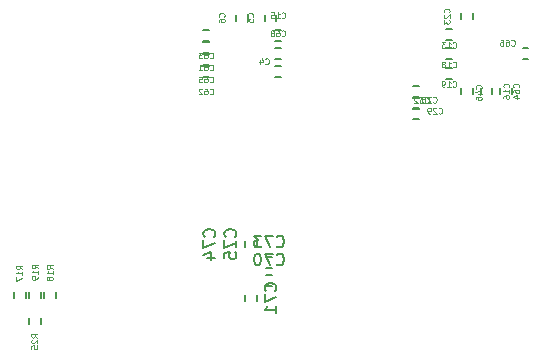
<source format=gbo>
G04 #@! TF.FileFunction,Legend,Bot*
%FSLAX46Y46*%
G04 Gerber Fmt 4.6, Leading zero omitted, Abs format (unit mm)*
G04 Created by KiCad (PCBNEW 4.0.0-rc1-stable) date 25/07/2016 14:35:55*
%MOMM*%
G01*
G04 APERTURE LIST*
%ADD10C,0.100000*%
%ADD11C,0.150000*%
%ADD12C,0.110000*%
G04 APERTURE END LIST*
D10*
D11*
X50804000Y-86012000D02*
X51304000Y-86012000D01*
X51304000Y-86962000D02*
X50804000Y-86962000D01*
X49944000Y-82165000D02*
X49944000Y-81665000D01*
X50894000Y-81665000D02*
X50894000Y-82165000D01*
X47531000Y-82165000D02*
X47531000Y-81665000D01*
X48481000Y-81665000D02*
X48481000Y-82165000D01*
X65782000Y-83787000D02*
X65282000Y-83787000D01*
X65282000Y-82837000D02*
X65782000Y-82837000D01*
X50804000Y-82964000D02*
X51304000Y-82964000D01*
X51304000Y-83914000D02*
X50804000Y-83914000D01*
X69182000Y-87888000D02*
X69182000Y-88388000D01*
X68232000Y-88388000D02*
X68232000Y-87888000D01*
X65782000Y-85438000D02*
X65282000Y-85438000D01*
X65282000Y-84488000D02*
X65782000Y-84488000D01*
X65782000Y-87089000D02*
X65282000Y-87089000D01*
X65282000Y-86139000D02*
X65782000Y-86139000D01*
X66581000Y-82038000D02*
X66581000Y-81538000D01*
X67531000Y-81538000D02*
X67531000Y-82038000D01*
X62488000Y-87663000D02*
X62988000Y-87663000D01*
X62988000Y-88613000D02*
X62488000Y-88613000D01*
X62488000Y-88679000D02*
X62988000Y-88679000D01*
X62988000Y-89629000D02*
X62488000Y-89629000D01*
X62488000Y-89568000D02*
X62988000Y-89568000D01*
X62988000Y-90518000D02*
X62488000Y-90518000D01*
X67531000Y-87888000D02*
X67531000Y-88388000D01*
X66581000Y-88388000D02*
X66581000Y-87888000D01*
X29735000Y-105160000D02*
X29735000Y-105660000D01*
X28685000Y-105660000D02*
X28685000Y-105160000D01*
X32275000Y-105160000D02*
X32275000Y-105660000D01*
X31225000Y-105660000D02*
X31225000Y-105160000D01*
X31005000Y-105160000D02*
X31005000Y-105660000D01*
X29955000Y-105660000D02*
X29955000Y-105160000D01*
X29955000Y-107819000D02*
X29955000Y-107319000D01*
X31005000Y-107319000D02*
X31005000Y-107819000D01*
X45208000Y-84930000D02*
X44708000Y-84930000D01*
X44708000Y-83980000D02*
X45208000Y-83980000D01*
X45208000Y-86962000D02*
X44708000Y-86962000D01*
X44708000Y-86012000D02*
X45208000Y-86012000D01*
X45208000Y-83914000D02*
X44708000Y-83914000D01*
X44708000Y-82964000D02*
X45208000Y-82964000D01*
X70833000Y-87888000D02*
X70833000Y-88388000D01*
X69883000Y-88388000D02*
X69883000Y-87888000D01*
X45208000Y-85946000D02*
X44708000Y-85946000D01*
X44708000Y-84996000D02*
X45208000Y-84996000D01*
X71759000Y-84488000D02*
X72259000Y-84488000D01*
X72259000Y-85438000D02*
X71759000Y-85438000D01*
X50804000Y-84488000D02*
X51304000Y-84488000D01*
X51304000Y-85438000D02*
X50804000Y-85438000D01*
X50042000Y-103665000D02*
X50542000Y-103665000D01*
X50542000Y-104615000D02*
X50042000Y-104615000D01*
X49243000Y-105414000D02*
X49243000Y-105914000D01*
X48293000Y-105914000D02*
X48293000Y-105414000D01*
X50042000Y-102141000D02*
X50542000Y-102141000D01*
X50542000Y-103091000D02*
X50042000Y-103091000D01*
X46515000Y-101342000D02*
X46515000Y-100842000D01*
X47465000Y-100842000D02*
X47465000Y-101342000D01*
X48293000Y-101342000D02*
X48293000Y-100842000D01*
X49243000Y-100842000D02*
X49243000Y-101342000D01*
D12*
X49981633Y-85801971D02*
X50005443Y-85825781D01*
X50076871Y-85849590D01*
X50124490Y-85849590D01*
X50195919Y-85825781D01*
X50243538Y-85778162D01*
X50267347Y-85730543D01*
X50291157Y-85635305D01*
X50291157Y-85563876D01*
X50267347Y-85468638D01*
X50243538Y-85421019D01*
X50195919Y-85373400D01*
X50124490Y-85349590D01*
X50076871Y-85349590D01*
X50005443Y-85373400D01*
X49981633Y-85397210D01*
X49553062Y-85516257D02*
X49553062Y-85849590D01*
X49672109Y-85325781D02*
X49791157Y-85682924D01*
X49481633Y-85682924D01*
X48897571Y-81831667D02*
X48921381Y-81807857D01*
X48945190Y-81736429D01*
X48945190Y-81688810D01*
X48921381Y-81617381D01*
X48873762Y-81569762D01*
X48826143Y-81545953D01*
X48730905Y-81522143D01*
X48659476Y-81522143D01*
X48564238Y-81545953D01*
X48516619Y-81569762D01*
X48469000Y-81617381D01*
X48445190Y-81688810D01*
X48445190Y-81736429D01*
X48469000Y-81807857D01*
X48492810Y-81831667D01*
X48445190Y-82284048D02*
X48445190Y-82045953D01*
X48683286Y-82022143D01*
X48659476Y-82045953D01*
X48635667Y-82093572D01*
X48635667Y-82212619D01*
X48659476Y-82260238D01*
X48683286Y-82284048D01*
X48730905Y-82307857D01*
X48849952Y-82307857D01*
X48897571Y-82284048D01*
X48921381Y-82260238D01*
X48945190Y-82212619D01*
X48945190Y-82093572D01*
X48921381Y-82045953D01*
X48897571Y-82022143D01*
X46484571Y-81831667D02*
X46508381Y-81807857D01*
X46532190Y-81736429D01*
X46532190Y-81688810D01*
X46508381Y-81617381D01*
X46460762Y-81569762D01*
X46413143Y-81545953D01*
X46317905Y-81522143D01*
X46246476Y-81522143D01*
X46151238Y-81545953D01*
X46103619Y-81569762D01*
X46056000Y-81617381D01*
X46032190Y-81688810D01*
X46032190Y-81736429D01*
X46056000Y-81807857D01*
X46079810Y-81831667D01*
X46032190Y-82260238D02*
X46032190Y-82165000D01*
X46056000Y-82117381D01*
X46079810Y-82093572D01*
X46151238Y-82045953D01*
X46246476Y-82022143D01*
X46436952Y-82022143D01*
X46484571Y-82045953D01*
X46508381Y-82069762D01*
X46532190Y-82117381D01*
X46532190Y-82212619D01*
X46508381Y-82260238D01*
X46484571Y-82284048D01*
X46436952Y-82307857D01*
X46317905Y-82307857D01*
X46270286Y-82284048D01*
X46246476Y-82260238D01*
X46222667Y-82212619D01*
X46222667Y-82117381D01*
X46246476Y-82069762D01*
X46270286Y-82045953D01*
X46317905Y-82022143D01*
X65853428Y-84430371D02*
X65877238Y-84454181D01*
X65948666Y-84477990D01*
X65996285Y-84477990D01*
X66067714Y-84454181D01*
X66115333Y-84406562D01*
X66139142Y-84358943D01*
X66162952Y-84263705D01*
X66162952Y-84192276D01*
X66139142Y-84097038D01*
X66115333Y-84049419D01*
X66067714Y-84001800D01*
X65996285Y-83977990D01*
X65948666Y-83977990D01*
X65877238Y-84001800D01*
X65853428Y-84025610D01*
X65377238Y-84477990D02*
X65662952Y-84477990D01*
X65520095Y-84477990D02*
X65520095Y-83977990D01*
X65567714Y-84049419D01*
X65615333Y-84097038D01*
X65662952Y-84120848D01*
X65210571Y-83977990D02*
X64901048Y-83977990D01*
X65067714Y-84168467D01*
X64996286Y-84168467D01*
X64948667Y-84192276D01*
X64924857Y-84216086D01*
X64901048Y-84263705D01*
X64901048Y-84382752D01*
X64924857Y-84430371D01*
X64948667Y-84454181D01*
X64996286Y-84477990D01*
X65139143Y-84477990D01*
X65186762Y-84454181D01*
X65210571Y-84430371D01*
X51375428Y-81917571D02*
X51399238Y-81941381D01*
X51470666Y-81965190D01*
X51518285Y-81965190D01*
X51589714Y-81941381D01*
X51637333Y-81893762D01*
X51661142Y-81846143D01*
X51684952Y-81750905D01*
X51684952Y-81679476D01*
X51661142Y-81584238D01*
X51637333Y-81536619D01*
X51589714Y-81489000D01*
X51518285Y-81465190D01*
X51470666Y-81465190D01*
X51399238Y-81489000D01*
X51375428Y-81512810D01*
X50899238Y-81965190D02*
X51184952Y-81965190D01*
X51042095Y-81965190D02*
X51042095Y-81465190D01*
X51089714Y-81536619D01*
X51137333Y-81584238D01*
X51184952Y-81608048D01*
X50446857Y-81465190D02*
X50684952Y-81465190D01*
X50708762Y-81703286D01*
X50684952Y-81679476D01*
X50637333Y-81655667D01*
X50518286Y-81655667D01*
X50470667Y-81679476D01*
X50446857Y-81703286D01*
X50423048Y-81750905D01*
X50423048Y-81869952D01*
X50446857Y-81917571D01*
X50470667Y-81941381D01*
X50518286Y-81965190D01*
X50637333Y-81965190D01*
X50684952Y-81941381D01*
X50708762Y-81917571D01*
X70585571Y-87816572D02*
X70609381Y-87792762D01*
X70633190Y-87721334D01*
X70633190Y-87673715D01*
X70609381Y-87602286D01*
X70561762Y-87554667D01*
X70514143Y-87530858D01*
X70418905Y-87507048D01*
X70347476Y-87507048D01*
X70252238Y-87530858D01*
X70204619Y-87554667D01*
X70157000Y-87602286D01*
X70133190Y-87673715D01*
X70133190Y-87721334D01*
X70157000Y-87792762D01*
X70180810Y-87816572D01*
X70633190Y-88292762D02*
X70633190Y-88007048D01*
X70633190Y-88149905D02*
X70133190Y-88149905D01*
X70204619Y-88102286D01*
X70252238Y-88054667D01*
X70276048Y-88007048D01*
X70133190Y-88721333D02*
X70133190Y-88626095D01*
X70157000Y-88578476D01*
X70180810Y-88554667D01*
X70252238Y-88507048D01*
X70347476Y-88483238D01*
X70537952Y-88483238D01*
X70585571Y-88507048D01*
X70609381Y-88530857D01*
X70633190Y-88578476D01*
X70633190Y-88673714D01*
X70609381Y-88721333D01*
X70585571Y-88745143D01*
X70537952Y-88768952D01*
X70418905Y-88768952D01*
X70371286Y-88745143D01*
X70347476Y-88721333D01*
X70323667Y-88673714D01*
X70323667Y-88578476D01*
X70347476Y-88530857D01*
X70371286Y-88507048D01*
X70418905Y-88483238D01*
X65853428Y-86081371D02*
X65877238Y-86105181D01*
X65948666Y-86128990D01*
X65996285Y-86128990D01*
X66067714Y-86105181D01*
X66115333Y-86057562D01*
X66139142Y-86009943D01*
X66162952Y-85914705D01*
X66162952Y-85843276D01*
X66139142Y-85748038D01*
X66115333Y-85700419D01*
X66067714Y-85652800D01*
X65996285Y-85628990D01*
X65948666Y-85628990D01*
X65877238Y-85652800D01*
X65853428Y-85676610D01*
X65377238Y-86128990D02*
X65662952Y-86128990D01*
X65520095Y-86128990D02*
X65520095Y-85628990D01*
X65567714Y-85700419D01*
X65615333Y-85748038D01*
X65662952Y-85771848D01*
X65091524Y-85843276D02*
X65139143Y-85819467D01*
X65162952Y-85795657D01*
X65186762Y-85748038D01*
X65186762Y-85724229D01*
X65162952Y-85676610D01*
X65139143Y-85652800D01*
X65091524Y-85628990D01*
X64996286Y-85628990D01*
X64948667Y-85652800D01*
X64924857Y-85676610D01*
X64901048Y-85724229D01*
X64901048Y-85748038D01*
X64924857Y-85795657D01*
X64948667Y-85819467D01*
X64996286Y-85843276D01*
X65091524Y-85843276D01*
X65139143Y-85867086D01*
X65162952Y-85890895D01*
X65186762Y-85938514D01*
X65186762Y-86033752D01*
X65162952Y-86081371D01*
X65139143Y-86105181D01*
X65091524Y-86128990D01*
X64996286Y-86128990D01*
X64948667Y-86105181D01*
X64924857Y-86081371D01*
X64901048Y-86033752D01*
X64901048Y-85938514D01*
X64924857Y-85890895D01*
X64948667Y-85867086D01*
X64996286Y-85843276D01*
X65853428Y-87732371D02*
X65877238Y-87756181D01*
X65948666Y-87779990D01*
X65996285Y-87779990D01*
X66067714Y-87756181D01*
X66115333Y-87708562D01*
X66139142Y-87660943D01*
X66162952Y-87565705D01*
X66162952Y-87494276D01*
X66139142Y-87399038D01*
X66115333Y-87351419D01*
X66067714Y-87303800D01*
X65996285Y-87279990D01*
X65948666Y-87279990D01*
X65877238Y-87303800D01*
X65853428Y-87327610D01*
X65377238Y-87779990D02*
X65662952Y-87779990D01*
X65520095Y-87779990D02*
X65520095Y-87279990D01*
X65567714Y-87351419D01*
X65615333Y-87399038D01*
X65662952Y-87422848D01*
X65139143Y-87779990D02*
X65043905Y-87779990D01*
X64996286Y-87756181D01*
X64972476Y-87732371D01*
X64924857Y-87660943D01*
X64901048Y-87565705D01*
X64901048Y-87375229D01*
X64924857Y-87327610D01*
X64948667Y-87303800D01*
X64996286Y-87279990D01*
X65091524Y-87279990D01*
X65139143Y-87303800D01*
X65162952Y-87327610D01*
X65186762Y-87375229D01*
X65186762Y-87494276D01*
X65162952Y-87541895D01*
X65139143Y-87565705D01*
X65091524Y-87589514D01*
X64996286Y-87589514D01*
X64948667Y-87565705D01*
X64924857Y-87541895D01*
X64901048Y-87494276D01*
X65534571Y-81466572D02*
X65558381Y-81442762D01*
X65582190Y-81371334D01*
X65582190Y-81323715D01*
X65558381Y-81252286D01*
X65510762Y-81204667D01*
X65463143Y-81180858D01*
X65367905Y-81157048D01*
X65296476Y-81157048D01*
X65201238Y-81180858D01*
X65153619Y-81204667D01*
X65106000Y-81252286D01*
X65082190Y-81323715D01*
X65082190Y-81371334D01*
X65106000Y-81442762D01*
X65129810Y-81466572D01*
X65129810Y-81657048D02*
X65106000Y-81680858D01*
X65082190Y-81728477D01*
X65082190Y-81847524D01*
X65106000Y-81895143D01*
X65129810Y-81918953D01*
X65177429Y-81942762D01*
X65225048Y-81942762D01*
X65296476Y-81918953D01*
X65582190Y-81633239D01*
X65582190Y-81942762D01*
X65082190Y-82109429D02*
X65082190Y-82418952D01*
X65272667Y-82252286D01*
X65272667Y-82323714D01*
X65296476Y-82371333D01*
X65320286Y-82395143D01*
X65367905Y-82418952D01*
X65486952Y-82418952D01*
X65534571Y-82395143D01*
X65558381Y-82371333D01*
X65582190Y-82323714D01*
X65582190Y-82180857D01*
X65558381Y-82133238D01*
X65534571Y-82109429D01*
X64177028Y-89053171D02*
X64200838Y-89076981D01*
X64272266Y-89100790D01*
X64319885Y-89100790D01*
X64391314Y-89076981D01*
X64438933Y-89029362D01*
X64462742Y-88981743D01*
X64486552Y-88886505D01*
X64486552Y-88815076D01*
X64462742Y-88719838D01*
X64438933Y-88672219D01*
X64391314Y-88624600D01*
X64319885Y-88600790D01*
X64272266Y-88600790D01*
X64200838Y-88624600D01*
X64177028Y-88648410D01*
X63986552Y-88648410D02*
X63962742Y-88624600D01*
X63915123Y-88600790D01*
X63796076Y-88600790D01*
X63748457Y-88624600D01*
X63724647Y-88648410D01*
X63700838Y-88696029D01*
X63700838Y-88743648D01*
X63724647Y-88815076D01*
X64010361Y-89100790D01*
X63700838Y-89100790D01*
X63415124Y-88815076D02*
X63462743Y-88791267D01*
X63486552Y-88767457D01*
X63510362Y-88719838D01*
X63510362Y-88696029D01*
X63486552Y-88648410D01*
X63462743Y-88624600D01*
X63415124Y-88600790D01*
X63319886Y-88600790D01*
X63272267Y-88624600D01*
X63248457Y-88648410D01*
X63224648Y-88696029D01*
X63224648Y-88719838D01*
X63248457Y-88767457D01*
X63272267Y-88791267D01*
X63319886Y-88815076D01*
X63415124Y-88815076D01*
X63462743Y-88838886D01*
X63486552Y-88862695D01*
X63510362Y-88910314D01*
X63510362Y-89005552D01*
X63486552Y-89053171D01*
X63462743Y-89076981D01*
X63415124Y-89100790D01*
X63319886Y-89100790D01*
X63272267Y-89076981D01*
X63248457Y-89053171D01*
X63224648Y-89005552D01*
X63224648Y-88910314D01*
X63248457Y-88862695D01*
X63272267Y-88838886D01*
X63319886Y-88815076D01*
X64659628Y-89992971D02*
X64683438Y-90016781D01*
X64754866Y-90040590D01*
X64802485Y-90040590D01*
X64873914Y-90016781D01*
X64921533Y-89969162D01*
X64945342Y-89921543D01*
X64969152Y-89826305D01*
X64969152Y-89754876D01*
X64945342Y-89659638D01*
X64921533Y-89612019D01*
X64873914Y-89564400D01*
X64802485Y-89540590D01*
X64754866Y-89540590D01*
X64683438Y-89564400D01*
X64659628Y-89588210D01*
X64469152Y-89588210D02*
X64445342Y-89564400D01*
X64397723Y-89540590D01*
X64278676Y-89540590D01*
X64231057Y-89564400D01*
X64207247Y-89588210D01*
X64183438Y-89635829D01*
X64183438Y-89683448D01*
X64207247Y-89754876D01*
X64492961Y-90040590D01*
X64183438Y-90040590D01*
X63945343Y-90040590D02*
X63850105Y-90040590D01*
X63802486Y-90016781D01*
X63778676Y-89992971D01*
X63731057Y-89921543D01*
X63707248Y-89826305D01*
X63707248Y-89635829D01*
X63731057Y-89588210D01*
X63754867Y-89564400D01*
X63802486Y-89540590D01*
X63897724Y-89540590D01*
X63945343Y-89564400D01*
X63969152Y-89588210D01*
X63992962Y-89635829D01*
X63992962Y-89754876D01*
X63969152Y-89802495D01*
X63945343Y-89826305D01*
X63897724Y-89850114D01*
X63802486Y-89850114D01*
X63754867Y-89826305D01*
X63731057Y-89802495D01*
X63707248Y-89754876D01*
X63516628Y-89091271D02*
X63540438Y-89115081D01*
X63611866Y-89138890D01*
X63659485Y-89138890D01*
X63730914Y-89115081D01*
X63778533Y-89067462D01*
X63802342Y-89019843D01*
X63826152Y-88924605D01*
X63826152Y-88853176D01*
X63802342Y-88757938D01*
X63778533Y-88710319D01*
X63730914Y-88662700D01*
X63659485Y-88638890D01*
X63611866Y-88638890D01*
X63540438Y-88662700D01*
X63516628Y-88686510D01*
X63349961Y-88638890D02*
X63040438Y-88638890D01*
X63207104Y-88829367D01*
X63135676Y-88829367D01*
X63088057Y-88853176D01*
X63064247Y-88876986D01*
X63040438Y-88924605D01*
X63040438Y-89043652D01*
X63064247Y-89091271D01*
X63088057Y-89115081D01*
X63135676Y-89138890D01*
X63278533Y-89138890D01*
X63326152Y-89115081D01*
X63349961Y-89091271D01*
X62849962Y-88686510D02*
X62826152Y-88662700D01*
X62778533Y-88638890D01*
X62659486Y-88638890D01*
X62611867Y-88662700D01*
X62588057Y-88686510D01*
X62564248Y-88734129D01*
X62564248Y-88781748D01*
X62588057Y-88853176D01*
X62873771Y-89138890D01*
X62564248Y-89138890D01*
X68240360Y-87924335D02*
X68264170Y-87900525D01*
X68287979Y-87829097D01*
X68287979Y-87781478D01*
X68264170Y-87710049D01*
X68216551Y-87662430D01*
X68168932Y-87638621D01*
X68073694Y-87614811D01*
X68002265Y-87614811D01*
X67907027Y-87638621D01*
X67859408Y-87662430D01*
X67811789Y-87710049D01*
X67787979Y-87781478D01*
X67787979Y-87829097D01*
X67811789Y-87900525D01*
X67835599Y-87924335D01*
X67954646Y-88352906D02*
X68287979Y-88352906D01*
X67764170Y-88233859D02*
X68121313Y-88114811D01*
X68121313Y-88424335D01*
X67787979Y-88829096D02*
X67787979Y-88733858D01*
X67811789Y-88686239D01*
X67835599Y-88662430D01*
X67907027Y-88614811D01*
X68002265Y-88591001D01*
X68192741Y-88591001D01*
X68240360Y-88614811D01*
X68264170Y-88638620D01*
X68287979Y-88686239D01*
X68287979Y-88781477D01*
X68264170Y-88829096D01*
X68240360Y-88852906D01*
X68192741Y-88876715D01*
X68073694Y-88876715D01*
X68026075Y-88852906D01*
X68002265Y-88829096D01*
X67978456Y-88781477D01*
X67978456Y-88686239D01*
X68002265Y-88638620D01*
X68026075Y-88614811D01*
X68073694Y-88591001D01*
X29410790Y-103234372D02*
X29172695Y-103067705D01*
X29410790Y-102948658D02*
X28910790Y-102948658D01*
X28910790Y-103139134D01*
X28934600Y-103186753D01*
X28958410Y-103210562D01*
X29006029Y-103234372D01*
X29077457Y-103234372D01*
X29125076Y-103210562D01*
X29148886Y-103186753D01*
X29172695Y-103139134D01*
X29172695Y-102948658D01*
X29410790Y-103710562D02*
X29410790Y-103424848D01*
X29410790Y-103567705D02*
X28910790Y-103567705D01*
X28982219Y-103520086D01*
X29029838Y-103472467D01*
X29053648Y-103424848D01*
X28910790Y-103877229D02*
X28910790Y-104210562D01*
X29410790Y-103996276D01*
X31976190Y-103183572D02*
X31738095Y-103016905D01*
X31976190Y-102897858D02*
X31476190Y-102897858D01*
X31476190Y-103088334D01*
X31500000Y-103135953D01*
X31523810Y-103159762D01*
X31571429Y-103183572D01*
X31642857Y-103183572D01*
X31690476Y-103159762D01*
X31714286Y-103135953D01*
X31738095Y-103088334D01*
X31738095Y-102897858D01*
X31976190Y-103659762D02*
X31976190Y-103374048D01*
X31976190Y-103516905D02*
X31476190Y-103516905D01*
X31547619Y-103469286D01*
X31595238Y-103421667D01*
X31619048Y-103374048D01*
X31690476Y-103945476D02*
X31666667Y-103897857D01*
X31642857Y-103874048D01*
X31595238Y-103850238D01*
X31571429Y-103850238D01*
X31523810Y-103874048D01*
X31500000Y-103897857D01*
X31476190Y-103945476D01*
X31476190Y-104040714D01*
X31500000Y-104088333D01*
X31523810Y-104112143D01*
X31571429Y-104135952D01*
X31595238Y-104135952D01*
X31642857Y-104112143D01*
X31666667Y-104088333D01*
X31690476Y-104040714D01*
X31690476Y-103945476D01*
X31714286Y-103897857D01*
X31738095Y-103874048D01*
X31785714Y-103850238D01*
X31880952Y-103850238D01*
X31928571Y-103874048D01*
X31952381Y-103897857D01*
X31976190Y-103945476D01*
X31976190Y-104040714D01*
X31952381Y-104088333D01*
X31928571Y-104112143D01*
X31880952Y-104135952D01*
X31785714Y-104135952D01*
X31738095Y-104112143D01*
X31714286Y-104088333D01*
X31690476Y-104040714D01*
X30706190Y-103132772D02*
X30468095Y-102966105D01*
X30706190Y-102847058D02*
X30206190Y-102847058D01*
X30206190Y-103037534D01*
X30230000Y-103085153D01*
X30253810Y-103108962D01*
X30301429Y-103132772D01*
X30372857Y-103132772D01*
X30420476Y-103108962D01*
X30444286Y-103085153D01*
X30468095Y-103037534D01*
X30468095Y-102847058D01*
X30706190Y-103608962D02*
X30706190Y-103323248D01*
X30706190Y-103466105D02*
X30206190Y-103466105D01*
X30277619Y-103418486D01*
X30325238Y-103370867D01*
X30349048Y-103323248D01*
X30706190Y-103847057D02*
X30706190Y-103942295D01*
X30682381Y-103989914D01*
X30658571Y-104013724D01*
X30587143Y-104061343D01*
X30491905Y-104085152D01*
X30301429Y-104085152D01*
X30253810Y-104061343D01*
X30230000Y-104037533D01*
X30206190Y-103989914D01*
X30206190Y-103894676D01*
X30230000Y-103847057D01*
X30253810Y-103823248D01*
X30301429Y-103799438D01*
X30420476Y-103799438D01*
X30468095Y-103823248D01*
X30491905Y-103847057D01*
X30515714Y-103894676D01*
X30515714Y-103989914D01*
X30491905Y-104037533D01*
X30468095Y-104061343D01*
X30420476Y-104085152D01*
X30680790Y-109000172D02*
X30442695Y-108833505D01*
X30680790Y-108714458D02*
X30180790Y-108714458D01*
X30180790Y-108904934D01*
X30204600Y-108952553D01*
X30228410Y-108976362D01*
X30276029Y-109000172D01*
X30347457Y-109000172D01*
X30395076Y-108976362D01*
X30418886Y-108952553D01*
X30442695Y-108904934D01*
X30442695Y-108714458D01*
X30228410Y-109190648D02*
X30204600Y-109214458D01*
X30180790Y-109262077D01*
X30180790Y-109381124D01*
X30204600Y-109428743D01*
X30228410Y-109452553D01*
X30276029Y-109476362D01*
X30323648Y-109476362D01*
X30395076Y-109452553D01*
X30680790Y-109166839D01*
X30680790Y-109476362D01*
X30180790Y-109928743D02*
X30180790Y-109690648D01*
X30418886Y-109666838D01*
X30395076Y-109690648D01*
X30371267Y-109738267D01*
X30371267Y-109857314D01*
X30395076Y-109904933D01*
X30418886Y-109928743D01*
X30466505Y-109952552D01*
X30585552Y-109952552D01*
X30633171Y-109928743D01*
X30656981Y-109904933D01*
X30680790Y-109857314D01*
X30680790Y-109738267D01*
X30656981Y-109690648D01*
X30633171Y-109666838D01*
X45279428Y-86333571D02*
X45303238Y-86357381D01*
X45374666Y-86381190D01*
X45422285Y-86381190D01*
X45493714Y-86357381D01*
X45541333Y-86309762D01*
X45565142Y-86262143D01*
X45588952Y-86166905D01*
X45588952Y-86095476D01*
X45565142Y-86000238D01*
X45541333Y-85952619D01*
X45493714Y-85905000D01*
X45422285Y-85881190D01*
X45374666Y-85881190D01*
X45303238Y-85905000D01*
X45279428Y-85928810D01*
X44850857Y-85881190D02*
X44946095Y-85881190D01*
X44993714Y-85905000D01*
X45017523Y-85928810D01*
X45065142Y-86000238D01*
X45088952Y-86095476D01*
X45088952Y-86285952D01*
X45065142Y-86333571D01*
X45041333Y-86357381D01*
X44993714Y-86381190D01*
X44898476Y-86381190D01*
X44850857Y-86357381D01*
X44827047Y-86333571D01*
X44803238Y-86285952D01*
X44803238Y-86166905D01*
X44827047Y-86119286D01*
X44850857Y-86095476D01*
X44898476Y-86071667D01*
X44993714Y-86071667D01*
X45041333Y-86095476D01*
X45065142Y-86119286D01*
X45088952Y-86166905D01*
X44327048Y-86381190D02*
X44612762Y-86381190D01*
X44469905Y-86381190D02*
X44469905Y-85881190D01*
X44517524Y-85952619D01*
X44565143Y-86000238D01*
X44612762Y-86024048D01*
X45279428Y-88365571D02*
X45303238Y-88389381D01*
X45374666Y-88413190D01*
X45422285Y-88413190D01*
X45493714Y-88389381D01*
X45541333Y-88341762D01*
X45565142Y-88294143D01*
X45588952Y-88198905D01*
X45588952Y-88127476D01*
X45565142Y-88032238D01*
X45541333Y-87984619D01*
X45493714Y-87937000D01*
X45422285Y-87913190D01*
X45374666Y-87913190D01*
X45303238Y-87937000D01*
X45279428Y-87960810D01*
X44850857Y-87913190D02*
X44946095Y-87913190D01*
X44993714Y-87937000D01*
X45017523Y-87960810D01*
X45065142Y-88032238D01*
X45088952Y-88127476D01*
X45088952Y-88317952D01*
X45065142Y-88365571D01*
X45041333Y-88389381D01*
X44993714Y-88413190D01*
X44898476Y-88413190D01*
X44850857Y-88389381D01*
X44827047Y-88365571D01*
X44803238Y-88317952D01*
X44803238Y-88198905D01*
X44827047Y-88151286D01*
X44850857Y-88127476D01*
X44898476Y-88103667D01*
X44993714Y-88103667D01*
X45041333Y-88127476D01*
X45065142Y-88151286D01*
X45088952Y-88198905D01*
X44612762Y-87960810D02*
X44588952Y-87937000D01*
X44541333Y-87913190D01*
X44422286Y-87913190D01*
X44374667Y-87937000D01*
X44350857Y-87960810D01*
X44327048Y-88008429D01*
X44327048Y-88056048D01*
X44350857Y-88127476D01*
X44636571Y-88413190D01*
X44327048Y-88413190D01*
X45279428Y-85317571D02*
X45303238Y-85341381D01*
X45374666Y-85365190D01*
X45422285Y-85365190D01*
X45493714Y-85341381D01*
X45541333Y-85293762D01*
X45565142Y-85246143D01*
X45588952Y-85150905D01*
X45588952Y-85079476D01*
X45565142Y-84984238D01*
X45541333Y-84936619D01*
X45493714Y-84889000D01*
X45422285Y-84865190D01*
X45374666Y-84865190D01*
X45303238Y-84889000D01*
X45279428Y-84912810D01*
X44850857Y-84865190D02*
X44946095Y-84865190D01*
X44993714Y-84889000D01*
X45017523Y-84912810D01*
X45065142Y-84984238D01*
X45088952Y-85079476D01*
X45088952Y-85269952D01*
X45065142Y-85317571D01*
X45041333Y-85341381D01*
X44993714Y-85365190D01*
X44898476Y-85365190D01*
X44850857Y-85341381D01*
X44827047Y-85317571D01*
X44803238Y-85269952D01*
X44803238Y-85150905D01*
X44827047Y-85103286D01*
X44850857Y-85079476D01*
X44898476Y-85055667D01*
X44993714Y-85055667D01*
X45041333Y-85079476D01*
X45065142Y-85103286D01*
X45088952Y-85150905D01*
X44636571Y-84865190D02*
X44327048Y-84865190D01*
X44493714Y-85055667D01*
X44422286Y-85055667D01*
X44374667Y-85079476D01*
X44350857Y-85103286D01*
X44327048Y-85150905D01*
X44327048Y-85269952D01*
X44350857Y-85317571D01*
X44374667Y-85341381D01*
X44422286Y-85365190D01*
X44565143Y-85365190D01*
X44612762Y-85341381D01*
X44636571Y-85317571D01*
X71416636Y-87816572D02*
X71440446Y-87792762D01*
X71464255Y-87721334D01*
X71464255Y-87673715D01*
X71440446Y-87602286D01*
X71392827Y-87554667D01*
X71345208Y-87530858D01*
X71249970Y-87507048D01*
X71178541Y-87507048D01*
X71083303Y-87530858D01*
X71035684Y-87554667D01*
X70988065Y-87602286D01*
X70964255Y-87673715D01*
X70964255Y-87721334D01*
X70988065Y-87792762D01*
X71011875Y-87816572D01*
X70964255Y-88245143D02*
X70964255Y-88149905D01*
X70988065Y-88102286D01*
X71011875Y-88078477D01*
X71083303Y-88030858D01*
X71178541Y-88007048D01*
X71369017Y-88007048D01*
X71416636Y-88030858D01*
X71440446Y-88054667D01*
X71464255Y-88102286D01*
X71464255Y-88197524D01*
X71440446Y-88245143D01*
X71416636Y-88268953D01*
X71369017Y-88292762D01*
X71249970Y-88292762D01*
X71202351Y-88268953D01*
X71178541Y-88245143D01*
X71154732Y-88197524D01*
X71154732Y-88102286D01*
X71178541Y-88054667D01*
X71202351Y-88030858D01*
X71249970Y-88007048D01*
X71130922Y-88721333D02*
X71464255Y-88721333D01*
X70940446Y-88602286D02*
X71297589Y-88483238D01*
X71297589Y-88792762D01*
X45279428Y-87349571D02*
X45303238Y-87373381D01*
X45374666Y-87397190D01*
X45422285Y-87397190D01*
X45493714Y-87373381D01*
X45541333Y-87325762D01*
X45565142Y-87278143D01*
X45588952Y-87182905D01*
X45588952Y-87111476D01*
X45565142Y-87016238D01*
X45541333Y-86968619D01*
X45493714Y-86921000D01*
X45422285Y-86897190D01*
X45374666Y-86897190D01*
X45303238Y-86921000D01*
X45279428Y-86944810D01*
X44850857Y-86897190D02*
X44946095Y-86897190D01*
X44993714Y-86921000D01*
X45017523Y-86944810D01*
X45065142Y-87016238D01*
X45088952Y-87111476D01*
X45088952Y-87301952D01*
X45065142Y-87349571D01*
X45041333Y-87373381D01*
X44993714Y-87397190D01*
X44898476Y-87397190D01*
X44850857Y-87373381D01*
X44827047Y-87349571D01*
X44803238Y-87301952D01*
X44803238Y-87182905D01*
X44827047Y-87135286D01*
X44850857Y-87111476D01*
X44898476Y-87087667D01*
X44993714Y-87087667D01*
X45041333Y-87111476D01*
X45065142Y-87135286D01*
X45088952Y-87182905D01*
X44350857Y-86897190D02*
X44588952Y-86897190D01*
X44612762Y-87135286D01*
X44588952Y-87111476D01*
X44541333Y-87087667D01*
X44422286Y-87087667D01*
X44374667Y-87111476D01*
X44350857Y-87135286D01*
X44327048Y-87182905D01*
X44327048Y-87301952D01*
X44350857Y-87349571D01*
X44374667Y-87373381D01*
X44422286Y-87397190D01*
X44541333Y-87397190D01*
X44588952Y-87373381D01*
X44612762Y-87349571D01*
X70806428Y-84252571D02*
X70830238Y-84276381D01*
X70901666Y-84300190D01*
X70949285Y-84300190D01*
X71020714Y-84276381D01*
X71068333Y-84228762D01*
X71092142Y-84181143D01*
X71115952Y-84085905D01*
X71115952Y-84014476D01*
X71092142Y-83919238D01*
X71068333Y-83871619D01*
X71020714Y-83824000D01*
X70949285Y-83800190D01*
X70901666Y-83800190D01*
X70830238Y-83824000D01*
X70806428Y-83847810D01*
X70377857Y-83800190D02*
X70473095Y-83800190D01*
X70520714Y-83824000D01*
X70544523Y-83847810D01*
X70592142Y-83919238D01*
X70615952Y-84014476D01*
X70615952Y-84204952D01*
X70592142Y-84252571D01*
X70568333Y-84276381D01*
X70520714Y-84300190D01*
X70425476Y-84300190D01*
X70377857Y-84276381D01*
X70354047Y-84252571D01*
X70330238Y-84204952D01*
X70330238Y-84085905D01*
X70354047Y-84038286D01*
X70377857Y-84014476D01*
X70425476Y-83990667D01*
X70520714Y-83990667D01*
X70568333Y-84014476D01*
X70592142Y-84038286D01*
X70615952Y-84085905D01*
X69901667Y-83800190D02*
X69996905Y-83800190D01*
X70044524Y-83824000D01*
X70068333Y-83847810D01*
X70115952Y-83919238D01*
X70139762Y-84014476D01*
X70139762Y-84204952D01*
X70115952Y-84252571D01*
X70092143Y-84276381D01*
X70044524Y-84300190D01*
X69949286Y-84300190D01*
X69901667Y-84276381D01*
X69877857Y-84252571D01*
X69854048Y-84204952D01*
X69854048Y-84085905D01*
X69877857Y-84038286D01*
X69901667Y-84014476D01*
X69949286Y-83990667D01*
X70044524Y-83990667D01*
X70092143Y-84014476D01*
X70115952Y-84038286D01*
X70139762Y-84085905D01*
X51375428Y-83441571D02*
X51399238Y-83465381D01*
X51470666Y-83489190D01*
X51518285Y-83489190D01*
X51589714Y-83465381D01*
X51637333Y-83417762D01*
X51661142Y-83370143D01*
X51684952Y-83274905D01*
X51684952Y-83203476D01*
X51661142Y-83108238D01*
X51637333Y-83060619D01*
X51589714Y-83013000D01*
X51518285Y-82989190D01*
X51470666Y-82989190D01*
X51399238Y-83013000D01*
X51375428Y-83036810D01*
X50946857Y-82989190D02*
X51042095Y-82989190D01*
X51089714Y-83013000D01*
X51113523Y-83036810D01*
X51161142Y-83108238D01*
X51184952Y-83203476D01*
X51184952Y-83393952D01*
X51161142Y-83441571D01*
X51137333Y-83465381D01*
X51089714Y-83489190D01*
X50994476Y-83489190D01*
X50946857Y-83465381D01*
X50923047Y-83441571D01*
X50899238Y-83393952D01*
X50899238Y-83274905D01*
X50923047Y-83227286D01*
X50946857Y-83203476D01*
X50994476Y-83179667D01*
X51089714Y-83179667D01*
X51137333Y-83203476D01*
X51161142Y-83227286D01*
X51184952Y-83274905D01*
X50613524Y-83203476D02*
X50661143Y-83179667D01*
X50684952Y-83155857D01*
X50708762Y-83108238D01*
X50708762Y-83084429D01*
X50684952Y-83036810D01*
X50661143Y-83013000D01*
X50613524Y-82989190D01*
X50518286Y-82989190D01*
X50470667Y-83013000D01*
X50446857Y-83036810D01*
X50423048Y-83084429D01*
X50423048Y-83108238D01*
X50446857Y-83155857D01*
X50470667Y-83179667D01*
X50518286Y-83203476D01*
X50613524Y-83203476D01*
X50661143Y-83227286D01*
X50684952Y-83251095D01*
X50708762Y-83298714D01*
X50708762Y-83393952D01*
X50684952Y-83441571D01*
X50661143Y-83465381D01*
X50613524Y-83489190D01*
X50518286Y-83489190D01*
X50470667Y-83465381D01*
X50446857Y-83441571D01*
X50423048Y-83393952D01*
X50423048Y-83298714D01*
X50446857Y-83251095D01*
X50470667Y-83227286D01*
X50518286Y-83203476D01*
D11*
X50934857Y-102797143D02*
X50982476Y-102844762D01*
X51125333Y-102892381D01*
X51220571Y-102892381D01*
X51363429Y-102844762D01*
X51458667Y-102749524D01*
X51506286Y-102654286D01*
X51553905Y-102463810D01*
X51553905Y-102320952D01*
X51506286Y-102130476D01*
X51458667Y-102035238D01*
X51363429Y-101940000D01*
X51220571Y-101892381D01*
X51125333Y-101892381D01*
X50982476Y-101940000D01*
X50934857Y-101987619D01*
X50601524Y-101892381D02*
X49934857Y-101892381D01*
X50363429Y-102892381D01*
X49363429Y-101892381D02*
X49268190Y-101892381D01*
X49172952Y-101940000D01*
X49125333Y-101987619D01*
X49077714Y-102082857D01*
X49030095Y-102273333D01*
X49030095Y-102511429D01*
X49077714Y-102701905D01*
X49125333Y-102797143D01*
X49172952Y-102844762D01*
X49268190Y-102892381D01*
X49363429Y-102892381D01*
X49458667Y-102844762D01*
X49506286Y-102797143D01*
X49553905Y-102701905D01*
X49601524Y-102511429D01*
X49601524Y-102273333D01*
X49553905Y-102082857D01*
X49506286Y-101987619D01*
X49458667Y-101940000D01*
X49363429Y-101892381D01*
X50825143Y-105021143D02*
X50872762Y-104973524D01*
X50920381Y-104830667D01*
X50920381Y-104735429D01*
X50872762Y-104592571D01*
X50777524Y-104497333D01*
X50682286Y-104449714D01*
X50491810Y-104402095D01*
X50348952Y-104402095D01*
X50158476Y-104449714D01*
X50063238Y-104497333D01*
X49968000Y-104592571D01*
X49920381Y-104735429D01*
X49920381Y-104830667D01*
X49968000Y-104973524D01*
X50015619Y-105021143D01*
X49920381Y-105354476D02*
X49920381Y-106021143D01*
X50920381Y-105592571D01*
X50920381Y-106925905D02*
X50920381Y-106354476D01*
X50920381Y-106640190D02*
X49920381Y-106640190D01*
X50063238Y-106544952D01*
X50158476Y-106449714D01*
X50206095Y-106354476D01*
X50934857Y-101273143D02*
X50982476Y-101320762D01*
X51125333Y-101368381D01*
X51220571Y-101368381D01*
X51363429Y-101320762D01*
X51458667Y-101225524D01*
X51506286Y-101130286D01*
X51553905Y-100939810D01*
X51553905Y-100796952D01*
X51506286Y-100606476D01*
X51458667Y-100511238D01*
X51363429Y-100416000D01*
X51220571Y-100368381D01*
X51125333Y-100368381D01*
X50982476Y-100416000D01*
X50934857Y-100463619D01*
X50601524Y-100368381D02*
X49934857Y-100368381D01*
X50363429Y-101368381D01*
X49649143Y-100368381D02*
X49030095Y-100368381D01*
X49363429Y-100749333D01*
X49220571Y-100749333D01*
X49125333Y-100796952D01*
X49077714Y-100844571D01*
X49030095Y-100939810D01*
X49030095Y-101177905D01*
X49077714Y-101273143D01*
X49125333Y-101320762D01*
X49220571Y-101368381D01*
X49506286Y-101368381D01*
X49601524Y-101320762D01*
X49649143Y-101273143D01*
X45647143Y-100449143D02*
X45694762Y-100401524D01*
X45742381Y-100258667D01*
X45742381Y-100163429D01*
X45694762Y-100020571D01*
X45599524Y-99925333D01*
X45504286Y-99877714D01*
X45313810Y-99830095D01*
X45170952Y-99830095D01*
X44980476Y-99877714D01*
X44885238Y-99925333D01*
X44790000Y-100020571D01*
X44742381Y-100163429D01*
X44742381Y-100258667D01*
X44790000Y-100401524D01*
X44837619Y-100449143D01*
X44742381Y-100782476D02*
X44742381Y-101449143D01*
X45742381Y-101020571D01*
X45075714Y-102258667D02*
X45742381Y-102258667D01*
X44694762Y-102020571D02*
X45409048Y-101782476D01*
X45409048Y-102401524D01*
X47425143Y-100449143D02*
X47472762Y-100401524D01*
X47520381Y-100258667D01*
X47520381Y-100163429D01*
X47472762Y-100020571D01*
X47377524Y-99925333D01*
X47282286Y-99877714D01*
X47091810Y-99830095D01*
X46948952Y-99830095D01*
X46758476Y-99877714D01*
X46663238Y-99925333D01*
X46568000Y-100020571D01*
X46520381Y-100163429D01*
X46520381Y-100258667D01*
X46568000Y-100401524D01*
X46615619Y-100449143D01*
X46520381Y-100782476D02*
X46520381Y-101449143D01*
X47520381Y-101020571D01*
X46520381Y-102306286D02*
X46520381Y-101830095D01*
X46996571Y-101782476D01*
X46948952Y-101830095D01*
X46901333Y-101925333D01*
X46901333Y-102163429D01*
X46948952Y-102258667D01*
X46996571Y-102306286D01*
X47091810Y-102353905D01*
X47329905Y-102353905D01*
X47425143Y-102306286D01*
X47472762Y-102258667D01*
X47520381Y-102163429D01*
X47520381Y-101925333D01*
X47472762Y-101830095D01*
X47425143Y-101782476D01*
M02*

</source>
